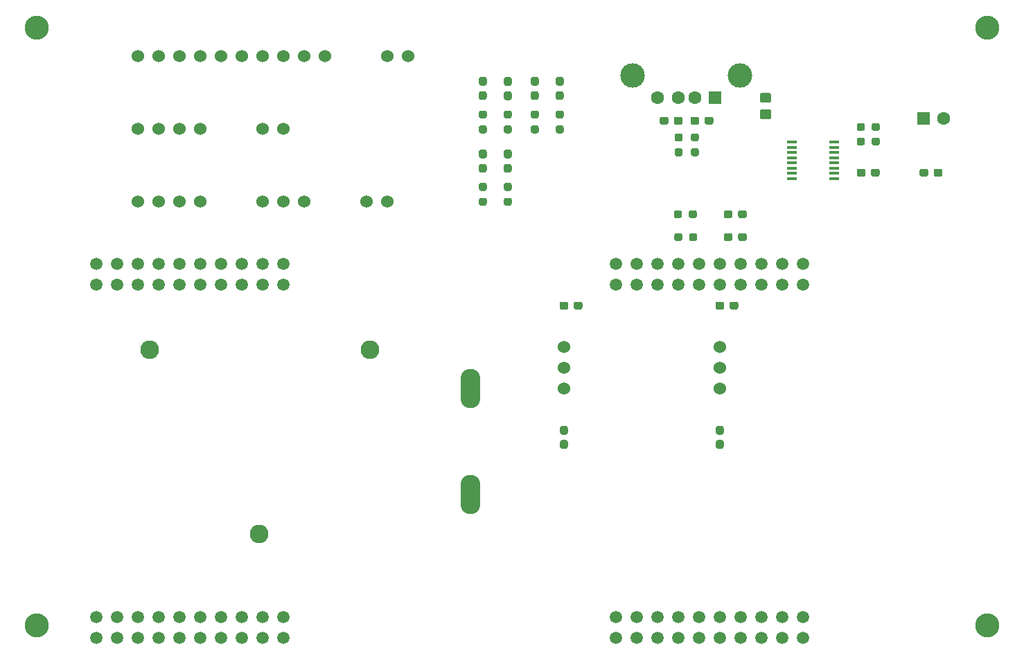
<source format=gbr>
%TF.GenerationSoftware,KiCad,Pcbnew,(5.1.7)-1*%
%TF.CreationDate,2020-11-30T14:39:19-06:00*%
%TF.ProjectId,2021_Rev1,32303231-5f52-4657-9631-2e6b69636164,rev?*%
%TF.SameCoordinates,Original*%
%TF.FileFunction,Soldermask,Top*%
%TF.FilePolarity,Negative*%
%FSLAX46Y46*%
G04 Gerber Fmt 4.6, Leading zero omitted, Abs format (unit mm)*
G04 Created by KiCad (PCBNEW (5.1.7)-1) date 2020-11-30 14:39:19*
%MOMM*%
%LPD*%
G01*
G04 APERTURE LIST*
%ADD10C,2.946400*%
%ADD11C,1.520000*%
%ADD12C,2.286000*%
%ADD13O,2.410000X4.820000*%
%ADD14C,1.524000*%
%ADD15C,2.999999*%
%ADD16R,1.600000X1.600000*%
%ADD17C,1.600000*%
%ADD18R,1.200000X0.400000*%
G04 APERTURE END LIST*
D10*
%TO.C,REF\u002A\u002A*%
X1016960120Y240990120D03*
%TD*%
%TO.C,REF\u002A\u002A*%
X1016960120Y167949880D03*
%TD*%
%TO.C,REF\u002A\u002A*%
X900739880Y167949880D03*
%TD*%
%TO.C,REF\u002A\u002A*%
X900739880Y240990120D03*
%TD*%
D11*
%TO.C,U1*%
X971550000Y212090000D03*
X994410000Y166370000D03*
X991870000Y166370000D03*
X984250000Y166370000D03*
X981710000Y209550000D03*
X986790000Y166370000D03*
X989330000Y166370000D03*
X986790000Y212090000D03*
X991870000Y209550000D03*
X981710000Y166370000D03*
X979170000Y166370000D03*
X991870000Y212090000D03*
X986790000Y209550000D03*
X984250000Y209550000D03*
X971550000Y209550000D03*
X974090000Y209550000D03*
X976630000Y209550000D03*
X979170000Y209550000D03*
X989330000Y209550000D03*
X994410000Y209550000D03*
X974090000Y212090000D03*
X976630000Y212090000D03*
X979170000Y212090000D03*
X981710000Y212090000D03*
X984250000Y212090000D03*
X989330000Y212090000D03*
X994410000Y212090000D03*
X971550000Y168910000D03*
X974090000Y168910000D03*
X976630000Y168910000D03*
X979170000Y168910000D03*
X981710000Y168910000D03*
X984250000Y168910000D03*
X986790000Y168910000D03*
X989330000Y168910000D03*
X991870000Y168910000D03*
X994410000Y168910000D03*
X971550000Y166370000D03*
X974090000Y166370000D03*
X976630000Y166370000D03*
X908050000Y209550000D03*
X910590000Y209550000D03*
X913130000Y209550000D03*
X915670000Y209550000D03*
X918210000Y209550000D03*
X920750000Y209550000D03*
X923290000Y209550000D03*
X925830000Y209550000D03*
X928370000Y209550000D03*
X930910000Y209550000D03*
X908050000Y212090000D03*
X910590000Y212090000D03*
X913130000Y212090000D03*
X915670000Y212090000D03*
X918210000Y212090000D03*
X920750000Y212090000D03*
X923290000Y212090000D03*
X925830000Y212090000D03*
X928370000Y212090000D03*
X930910000Y212090000D03*
X908050000Y168910000D03*
X910590000Y168910000D03*
X913130000Y168910000D03*
X915670000Y168910000D03*
X918210000Y168910000D03*
X920750000Y168910000D03*
X923290000Y168910000D03*
X925830000Y168910000D03*
X928370000Y168910000D03*
X930910000Y168910000D03*
X908050000Y166370000D03*
X910590000Y166370000D03*
X913130000Y166370000D03*
X915670000Y166370000D03*
X918210000Y166370000D03*
X920750000Y166370000D03*
X923290000Y166370000D03*
X925830000Y166370000D03*
X928370000Y166370000D03*
X930910000Y166370000D03*
%TD*%
%TO.C,R12*%
G36*
G01*
X964454500Y229040500D02*
X964929500Y229040500D01*
G75*
G02*
X965167000Y228803000I0J-237500D01*
G01*
X965167000Y228303000D01*
G75*
G02*
X964929500Y228065500I-237500J0D01*
G01*
X964454500Y228065500D01*
G75*
G02*
X964217000Y228303000I0J237500D01*
G01*
X964217000Y228803000D01*
G75*
G02*
X964454500Y229040500I237500J0D01*
G01*
G37*
G36*
G01*
X964454500Y230865500D02*
X964929500Y230865500D01*
G75*
G02*
X965167000Y230628000I0J-237500D01*
G01*
X965167000Y230128000D01*
G75*
G02*
X964929500Y229890500I-237500J0D01*
G01*
X964454500Y229890500D01*
G75*
G02*
X964217000Y230128000I0J237500D01*
G01*
X964217000Y230628000D01*
G75*
G02*
X964454500Y230865500I237500J0D01*
G01*
G37*
%TD*%
%TO.C,R11*%
G36*
G01*
X961406500Y229040500D02*
X961881500Y229040500D01*
G75*
G02*
X962119000Y228803000I0J-237500D01*
G01*
X962119000Y228303000D01*
G75*
G02*
X961881500Y228065500I-237500J0D01*
G01*
X961406500Y228065500D01*
G75*
G02*
X961169000Y228303000I0J237500D01*
G01*
X961169000Y228803000D01*
G75*
G02*
X961406500Y229040500I237500J0D01*
G01*
G37*
G36*
G01*
X961406500Y230865500D02*
X961881500Y230865500D01*
G75*
G02*
X962119000Y230628000I0J-237500D01*
G01*
X962119000Y230128000D01*
G75*
G02*
X961881500Y229890500I-237500J0D01*
G01*
X961406500Y229890500D01*
G75*
G02*
X961169000Y230128000I0J237500D01*
G01*
X961169000Y230628000D01*
G75*
G02*
X961406500Y230865500I237500J0D01*
G01*
G37*
%TD*%
%TO.C,R10*%
G36*
G01*
X958104500Y229040500D02*
X958579500Y229040500D01*
G75*
G02*
X958817000Y228803000I0J-237500D01*
G01*
X958817000Y228303000D01*
G75*
G02*
X958579500Y228065500I-237500J0D01*
G01*
X958104500Y228065500D01*
G75*
G02*
X957867000Y228303000I0J237500D01*
G01*
X957867000Y228803000D01*
G75*
G02*
X958104500Y229040500I237500J0D01*
G01*
G37*
G36*
G01*
X958104500Y230865500D02*
X958579500Y230865500D01*
G75*
G02*
X958817000Y230628000I0J-237500D01*
G01*
X958817000Y230128000D01*
G75*
G02*
X958579500Y229890500I-237500J0D01*
G01*
X958104500Y229890500D01*
G75*
G02*
X957867000Y230128000I0J237500D01*
G01*
X957867000Y230628000D01*
G75*
G02*
X958104500Y230865500I237500J0D01*
G01*
G37*
%TD*%
%TO.C,R9*%
G36*
G01*
X955056500Y229040500D02*
X955531500Y229040500D01*
G75*
G02*
X955769000Y228803000I0J-237500D01*
G01*
X955769000Y228303000D01*
G75*
G02*
X955531500Y228065500I-237500J0D01*
G01*
X955056500Y228065500D01*
G75*
G02*
X954819000Y228303000I0J237500D01*
G01*
X954819000Y228803000D01*
G75*
G02*
X955056500Y229040500I237500J0D01*
G01*
G37*
G36*
G01*
X955056500Y230865500D02*
X955531500Y230865500D01*
G75*
G02*
X955769000Y230628000I0J-237500D01*
G01*
X955769000Y230128000D01*
G75*
G02*
X955531500Y229890500I-237500J0D01*
G01*
X955056500Y229890500D01*
G75*
G02*
X954819000Y230128000I0J237500D01*
G01*
X954819000Y230628000D01*
G75*
G02*
X955056500Y230865500I237500J0D01*
G01*
G37*
%TD*%
%TO.C,D8*%
G36*
G01*
X964454500Y233217000D02*
X964929500Y233217000D01*
G75*
G02*
X965167000Y232979500I0J-237500D01*
G01*
X965167000Y232404500D01*
G75*
G02*
X964929500Y232167000I-237500J0D01*
G01*
X964454500Y232167000D01*
G75*
G02*
X964217000Y232404500I0J237500D01*
G01*
X964217000Y232979500D01*
G75*
G02*
X964454500Y233217000I237500J0D01*
G01*
G37*
G36*
G01*
X964454500Y234967000D02*
X964929500Y234967000D01*
G75*
G02*
X965167000Y234729500I0J-237500D01*
G01*
X965167000Y234154500D01*
G75*
G02*
X964929500Y233917000I-237500J0D01*
G01*
X964454500Y233917000D01*
G75*
G02*
X964217000Y234154500I0J237500D01*
G01*
X964217000Y234729500D01*
G75*
G02*
X964454500Y234967000I237500J0D01*
G01*
G37*
%TD*%
%TO.C,D7*%
G36*
G01*
X961406500Y233217000D02*
X961881500Y233217000D01*
G75*
G02*
X962119000Y232979500I0J-237500D01*
G01*
X962119000Y232404500D01*
G75*
G02*
X961881500Y232167000I-237500J0D01*
G01*
X961406500Y232167000D01*
G75*
G02*
X961169000Y232404500I0J237500D01*
G01*
X961169000Y232979500D01*
G75*
G02*
X961406500Y233217000I237500J0D01*
G01*
G37*
G36*
G01*
X961406500Y234967000D02*
X961881500Y234967000D01*
G75*
G02*
X962119000Y234729500I0J-237500D01*
G01*
X962119000Y234154500D01*
G75*
G02*
X961881500Y233917000I-237500J0D01*
G01*
X961406500Y233917000D01*
G75*
G02*
X961169000Y234154500I0J237500D01*
G01*
X961169000Y234729500D01*
G75*
G02*
X961406500Y234967000I237500J0D01*
G01*
G37*
%TD*%
%TO.C,D6*%
G36*
G01*
X958104500Y233189000D02*
X958579500Y233189000D01*
G75*
G02*
X958817000Y232951500I0J-237500D01*
G01*
X958817000Y232376500D01*
G75*
G02*
X958579500Y232139000I-237500J0D01*
G01*
X958104500Y232139000D01*
G75*
G02*
X957867000Y232376500I0J237500D01*
G01*
X957867000Y232951500D01*
G75*
G02*
X958104500Y233189000I237500J0D01*
G01*
G37*
G36*
G01*
X958104500Y234939000D02*
X958579500Y234939000D01*
G75*
G02*
X958817000Y234701500I0J-237500D01*
G01*
X958817000Y234126500D01*
G75*
G02*
X958579500Y233889000I-237500J0D01*
G01*
X958104500Y233889000D01*
G75*
G02*
X957867000Y234126500I0J237500D01*
G01*
X957867000Y234701500D01*
G75*
G02*
X958104500Y234939000I237500J0D01*
G01*
G37*
%TD*%
%TO.C,D5*%
G36*
G01*
X955056500Y233217000D02*
X955531500Y233217000D01*
G75*
G02*
X955769000Y232979500I0J-237500D01*
G01*
X955769000Y232404500D01*
G75*
G02*
X955531500Y232167000I-237500J0D01*
G01*
X955056500Y232167000D01*
G75*
G02*
X954819000Y232404500I0J237500D01*
G01*
X954819000Y232979500D01*
G75*
G02*
X955056500Y233217000I237500J0D01*
G01*
G37*
G36*
G01*
X955056500Y234967000D02*
X955531500Y234967000D01*
G75*
G02*
X955769000Y234729500I0J-237500D01*
G01*
X955769000Y234154500D01*
G75*
G02*
X955531500Y233917000I-237500J0D01*
G01*
X955056500Y233917000D01*
G75*
G02*
X954819000Y234154500I0J237500D01*
G01*
X954819000Y234729500D01*
G75*
G02*
X955056500Y234967000I237500J0D01*
G01*
G37*
%TD*%
%TO.C,D4*%
G36*
G01*
X955056500Y224327000D02*
X955531500Y224327000D01*
G75*
G02*
X955769000Y224089500I0J-237500D01*
G01*
X955769000Y223514500D01*
G75*
G02*
X955531500Y223277000I-237500J0D01*
G01*
X955056500Y223277000D01*
G75*
G02*
X954819000Y223514500I0J237500D01*
G01*
X954819000Y224089500D01*
G75*
G02*
X955056500Y224327000I237500J0D01*
G01*
G37*
G36*
G01*
X955056500Y226077000D02*
X955531500Y226077000D01*
G75*
G02*
X955769000Y225839500I0J-237500D01*
G01*
X955769000Y225264500D01*
G75*
G02*
X955531500Y225027000I-237500J0D01*
G01*
X955056500Y225027000D01*
G75*
G02*
X954819000Y225264500I0J237500D01*
G01*
X954819000Y225839500D01*
G75*
G02*
X955056500Y226077000I237500J0D01*
G01*
G37*
%TD*%
%TO.C,D3*%
G36*
G01*
X958104500Y224327000D02*
X958579500Y224327000D01*
G75*
G02*
X958817000Y224089500I0J-237500D01*
G01*
X958817000Y223514500D01*
G75*
G02*
X958579500Y223277000I-237500J0D01*
G01*
X958104500Y223277000D01*
G75*
G02*
X957867000Y223514500I0J237500D01*
G01*
X957867000Y224089500D01*
G75*
G02*
X958104500Y224327000I237500J0D01*
G01*
G37*
G36*
G01*
X958104500Y226077000D02*
X958579500Y226077000D01*
G75*
G02*
X958817000Y225839500I0J-237500D01*
G01*
X958817000Y225264500D01*
G75*
G02*
X958579500Y225027000I-237500J0D01*
G01*
X958104500Y225027000D01*
G75*
G02*
X957867000Y225264500I0J237500D01*
G01*
X957867000Y225839500D01*
G75*
G02*
X958104500Y226077000I237500J0D01*
G01*
G37*
%TD*%
D12*
%TO.C,BT1*%
X927989000Y179095400D03*
X914603200Y201599800D03*
X941476400Y201599800D03*
D13*
X953770000Y183896000D03*
X953770000Y196850000D03*
%TD*%
%TO.C,C1*%
G36*
G01*
X964962500Y192307500D02*
X965437500Y192307500D01*
G75*
G02*
X965675000Y192070000I0J-237500D01*
G01*
X965675000Y191470000D01*
G75*
G02*
X965437500Y191232500I-237500J0D01*
G01*
X964962500Y191232500D01*
G75*
G02*
X964725000Y191470000I0J237500D01*
G01*
X964725000Y192070000D01*
G75*
G02*
X964962500Y192307500I237500J0D01*
G01*
G37*
G36*
G01*
X964962500Y190582500D02*
X965437500Y190582500D01*
G75*
G02*
X965675000Y190345000I0J-237500D01*
G01*
X965675000Y189745000D01*
G75*
G02*
X965437500Y189507500I-237500J0D01*
G01*
X964962500Y189507500D01*
G75*
G02*
X964725000Y189745000I0J237500D01*
G01*
X964725000Y190345000D01*
G75*
G02*
X964962500Y190582500I237500J0D01*
G01*
G37*
%TD*%
%TO.C,C2*%
G36*
G01*
X966387500Y206772500D02*
X966387500Y207247500D01*
G75*
G02*
X966625000Y207485000I237500J0D01*
G01*
X967225000Y207485000D01*
G75*
G02*
X967462500Y207247500I0J-237500D01*
G01*
X967462500Y206772500D01*
G75*
G02*
X967225000Y206535000I-237500J0D01*
G01*
X966625000Y206535000D01*
G75*
G02*
X966387500Y206772500I0J237500D01*
G01*
G37*
G36*
G01*
X964662500Y206772500D02*
X964662500Y207247500D01*
G75*
G02*
X964900000Y207485000I237500J0D01*
G01*
X965500000Y207485000D01*
G75*
G02*
X965737500Y207247500I0J-237500D01*
G01*
X965737500Y206772500D01*
G75*
G02*
X965500000Y206535000I-237500J0D01*
G01*
X964900000Y206535000D01*
G75*
G02*
X964662500Y206772500I0J237500D01*
G01*
G37*
%TD*%
%TO.C,C3*%
G36*
G01*
X984012500Y190582500D02*
X984487500Y190582500D01*
G75*
G02*
X984725000Y190345000I0J-237500D01*
G01*
X984725000Y189745000D01*
G75*
G02*
X984487500Y189507500I-237500J0D01*
G01*
X984012500Y189507500D01*
G75*
G02*
X983775000Y189745000I0J237500D01*
G01*
X983775000Y190345000D01*
G75*
G02*
X984012500Y190582500I237500J0D01*
G01*
G37*
G36*
G01*
X984012500Y192307500D02*
X984487500Y192307500D01*
G75*
G02*
X984725000Y192070000I0J-237500D01*
G01*
X984725000Y191470000D01*
G75*
G02*
X984487500Y191232500I-237500J0D01*
G01*
X984012500Y191232500D01*
G75*
G02*
X983775000Y191470000I0J237500D01*
G01*
X983775000Y192070000D01*
G75*
G02*
X984012500Y192307500I237500J0D01*
G01*
G37*
%TD*%
%TO.C,C4*%
G36*
G01*
X983712500Y206772500D02*
X983712500Y207247500D01*
G75*
G02*
X983950000Y207485000I237500J0D01*
G01*
X984550000Y207485000D01*
G75*
G02*
X984787500Y207247500I0J-237500D01*
G01*
X984787500Y206772500D01*
G75*
G02*
X984550000Y206535000I-237500J0D01*
G01*
X983950000Y206535000D01*
G75*
G02*
X983712500Y206772500I0J237500D01*
G01*
G37*
G36*
G01*
X985437500Y206772500D02*
X985437500Y207247500D01*
G75*
G02*
X985675000Y207485000I237500J0D01*
G01*
X986275000Y207485000D01*
G75*
G02*
X986512500Y207247500I0J-237500D01*
G01*
X986512500Y206772500D01*
G75*
G02*
X986275000Y206535000I-237500J0D01*
G01*
X985675000Y206535000D01*
G75*
G02*
X985437500Y206772500I0J237500D01*
G01*
G37*
%TD*%
%TO.C,C5*%
G36*
G01*
X980664500Y229378500D02*
X980664500Y229853500D01*
G75*
G02*
X980902000Y230091000I237500J0D01*
G01*
X981502000Y230091000D01*
G75*
G02*
X981739500Y229853500I0J-237500D01*
G01*
X981739500Y229378500D01*
G75*
G02*
X981502000Y229141000I-237500J0D01*
G01*
X980902000Y229141000D01*
G75*
G02*
X980664500Y229378500I0J237500D01*
G01*
G37*
G36*
G01*
X982389500Y229378500D02*
X982389500Y229853500D01*
G75*
G02*
X982627000Y230091000I237500J0D01*
G01*
X983227000Y230091000D01*
G75*
G02*
X983464500Y229853500I0J-237500D01*
G01*
X983464500Y229378500D01*
G75*
G02*
X983227000Y229141000I-237500J0D01*
G01*
X982627000Y229141000D01*
G75*
G02*
X982389500Y229378500I0J237500D01*
G01*
G37*
%TD*%
%TO.C,C6*%
G36*
G01*
X977982500Y229853500D02*
X977982500Y229378500D01*
G75*
G02*
X977745000Y229141000I-237500J0D01*
G01*
X977145000Y229141000D01*
G75*
G02*
X976907500Y229378500I0J237500D01*
G01*
X976907500Y229853500D01*
G75*
G02*
X977145000Y230091000I237500J0D01*
G01*
X977745000Y230091000D01*
G75*
G02*
X977982500Y229853500I0J-237500D01*
G01*
G37*
G36*
G01*
X979707500Y229853500D02*
X979707500Y229378500D01*
G75*
G02*
X979470000Y229141000I-237500J0D01*
G01*
X978870000Y229141000D01*
G75*
G02*
X978632500Y229378500I0J237500D01*
G01*
X978632500Y229853500D01*
G75*
G02*
X978870000Y230091000I237500J0D01*
G01*
X979470000Y230091000D01*
G75*
G02*
X979707500Y229853500I0J-237500D01*
G01*
G37*
%TD*%
%TO.C,C7*%
G36*
G01*
X1000984500Y223028500D02*
X1000984500Y223503500D01*
G75*
G02*
X1001222000Y223741000I237500J0D01*
G01*
X1001822000Y223741000D01*
G75*
G02*
X1002059500Y223503500I0J-237500D01*
G01*
X1002059500Y223028500D01*
G75*
G02*
X1001822000Y222791000I-237500J0D01*
G01*
X1001222000Y222791000D01*
G75*
G02*
X1000984500Y223028500I0J237500D01*
G01*
G37*
G36*
G01*
X1002709500Y223028500D02*
X1002709500Y223503500D01*
G75*
G02*
X1002947000Y223741000I237500J0D01*
G01*
X1003547000Y223741000D01*
G75*
G02*
X1003784500Y223503500I0J-237500D01*
G01*
X1003784500Y223028500D01*
G75*
G02*
X1003547000Y222791000I-237500J0D01*
G01*
X1002947000Y222791000D01*
G75*
G02*
X1002709500Y223028500I0J237500D01*
G01*
G37*
%TD*%
D14*
%TO.C,Conn2*%
X913130000Y219710000D03*
X915670000Y219710000D03*
X918210000Y219710000D03*
X920750000Y219710000D03*
X920750000Y219710000D03*
%TD*%
%TO.C,Conn3*%
X920750000Y228600000D03*
X920750000Y228600000D03*
X918210000Y228600000D03*
X915670000Y228600000D03*
X913130000Y228600000D03*
%TD*%
%TO.C,Conn4*%
X930910000Y228600000D03*
X928370000Y228600000D03*
%TD*%
%TO.C,Conn5*%
X941070000Y219710000D03*
X943610000Y219710000D03*
%TD*%
%TO.C,Conn6*%
X913130000Y237490000D03*
X915670000Y237490000D03*
X918210000Y237490000D03*
X920750000Y237490000D03*
X923290000Y237490000D03*
X925830000Y237490000D03*
X928370000Y237490000D03*
X930910000Y237490000D03*
X933450000Y237490000D03*
X935990000Y237490000D03*
%TD*%
%TO.C,Conn7*%
X943610000Y237490000D03*
X946150000Y237490000D03*
%TD*%
%TO.C,Conn8*%
X928370000Y219710000D03*
X930910000Y219710000D03*
X933450000Y219710000D03*
%TD*%
%TO.C,D1*%
G36*
G01*
X985791000Y218423500D02*
X985791000Y217948500D01*
G75*
G02*
X985553500Y217711000I-237500J0D01*
G01*
X984978500Y217711000D01*
G75*
G02*
X984741000Y217948500I0J237500D01*
G01*
X984741000Y218423500D01*
G75*
G02*
X984978500Y218661000I237500J0D01*
G01*
X985553500Y218661000D01*
G75*
G02*
X985791000Y218423500I0J-237500D01*
G01*
G37*
G36*
G01*
X987541000Y218423500D02*
X987541000Y217948500D01*
G75*
G02*
X987303500Y217711000I-237500J0D01*
G01*
X986728500Y217711000D01*
G75*
G02*
X986491000Y217948500I0J237500D01*
G01*
X986491000Y218423500D01*
G75*
G02*
X986728500Y218661000I237500J0D01*
G01*
X987303500Y218661000D01*
G75*
G02*
X987541000Y218423500I0J-237500D01*
G01*
G37*
%TD*%
%TO.C,D2*%
G36*
G01*
X987541000Y215629500D02*
X987541000Y215154500D01*
G75*
G02*
X987303500Y214917000I-237500J0D01*
G01*
X986728500Y214917000D01*
G75*
G02*
X986491000Y215154500I0J237500D01*
G01*
X986491000Y215629500D01*
G75*
G02*
X986728500Y215867000I237500J0D01*
G01*
X987303500Y215867000D01*
G75*
G02*
X987541000Y215629500I0J-237500D01*
G01*
G37*
G36*
G01*
X985791000Y215629500D02*
X985791000Y215154500D01*
G75*
G02*
X985553500Y214917000I-237500J0D01*
G01*
X984978500Y214917000D01*
G75*
G02*
X984741000Y215154500I0J237500D01*
G01*
X984741000Y215629500D01*
G75*
G02*
X984978500Y215867000I237500J0D01*
G01*
X985553500Y215867000D01*
G75*
G02*
X985791000Y215629500I0J-237500D01*
G01*
G37*
%TD*%
D15*
%TO.C,J1*%
X973600000Y235120000D03*
X986740000Y235120000D03*
D16*
X983670000Y232410000D03*
D17*
X981170000Y232410000D03*
X979170000Y232410000D03*
X976670000Y232410000D03*
%TD*%
%TO.C,R1*%
G36*
G01*
X981439500Y225271500D02*
X980964500Y225271500D01*
G75*
G02*
X980727000Y225509000I0J237500D01*
G01*
X980727000Y226009000D01*
G75*
G02*
X980964500Y226246500I237500J0D01*
G01*
X981439500Y226246500D01*
G75*
G02*
X981677000Y226009000I0J-237500D01*
G01*
X981677000Y225509000D01*
G75*
G02*
X981439500Y225271500I-237500J0D01*
G01*
G37*
G36*
G01*
X981439500Y227096500D02*
X980964500Y227096500D01*
G75*
G02*
X980727000Y227334000I0J237500D01*
G01*
X980727000Y227834000D01*
G75*
G02*
X980964500Y228071500I237500J0D01*
G01*
X981439500Y228071500D01*
G75*
G02*
X981677000Y227834000I0J-237500D01*
G01*
X981677000Y227334000D01*
G75*
G02*
X981439500Y227096500I-237500J0D01*
G01*
G37*
%TD*%
%TO.C,R2*%
G36*
G01*
X979454500Y227096500D02*
X978979500Y227096500D01*
G75*
G02*
X978742000Y227334000I0J237500D01*
G01*
X978742000Y227834000D01*
G75*
G02*
X978979500Y228071500I237500J0D01*
G01*
X979454500Y228071500D01*
G75*
G02*
X979692000Y227834000I0J-237500D01*
G01*
X979692000Y227334000D01*
G75*
G02*
X979454500Y227096500I-237500J0D01*
G01*
G37*
G36*
G01*
X979454500Y225271500D02*
X978979500Y225271500D01*
G75*
G02*
X978742000Y225509000I0J237500D01*
G01*
X978742000Y226009000D01*
G75*
G02*
X978979500Y226246500I237500J0D01*
G01*
X979454500Y226246500D01*
G75*
G02*
X979692000Y226009000I0J-237500D01*
G01*
X979692000Y225509000D01*
G75*
G02*
X979454500Y225271500I-237500J0D01*
G01*
G37*
%TD*%
%TO.C,R3*%
G36*
G01*
X1001962500Y227313500D02*
X1001962500Y226838500D01*
G75*
G02*
X1001725000Y226601000I-237500J0D01*
G01*
X1001225000Y226601000D01*
G75*
G02*
X1000987500Y226838500I0J237500D01*
G01*
X1000987500Y227313500D01*
G75*
G02*
X1001225000Y227551000I237500J0D01*
G01*
X1001725000Y227551000D01*
G75*
G02*
X1001962500Y227313500I0J-237500D01*
G01*
G37*
G36*
G01*
X1003787500Y227313500D02*
X1003787500Y226838500D01*
G75*
G02*
X1003550000Y226601000I-237500J0D01*
G01*
X1003050000Y226601000D01*
G75*
G02*
X1002812500Y226838500I0J237500D01*
G01*
X1002812500Y227313500D01*
G75*
G02*
X1003050000Y227551000I237500J0D01*
G01*
X1003550000Y227551000D01*
G75*
G02*
X1003787500Y227313500I0J-237500D01*
G01*
G37*
%TD*%
%TO.C,R4*%
G36*
G01*
X1000987500Y228616500D02*
X1000987500Y229091500D01*
G75*
G02*
X1001225000Y229329000I237500J0D01*
G01*
X1001725000Y229329000D01*
G75*
G02*
X1001962500Y229091500I0J-237500D01*
G01*
X1001962500Y228616500D01*
G75*
G02*
X1001725000Y228379000I-237500J0D01*
G01*
X1001225000Y228379000D01*
G75*
G02*
X1000987500Y228616500I0J237500D01*
G01*
G37*
G36*
G01*
X1002812500Y228616500D02*
X1002812500Y229091500D01*
G75*
G02*
X1003050000Y229329000I237500J0D01*
G01*
X1003550000Y229329000D01*
G75*
G02*
X1003787500Y229091500I0J-237500D01*
G01*
X1003787500Y228616500D01*
G75*
G02*
X1003550000Y228379000I-237500J0D01*
G01*
X1003050000Y228379000D01*
G75*
G02*
X1002812500Y228616500I0J237500D01*
G01*
G37*
%TD*%
%TO.C,R5*%
G36*
G01*
X979610500Y218423500D02*
X979610500Y217948500D01*
G75*
G02*
X979373000Y217711000I-237500J0D01*
G01*
X978873000Y217711000D01*
G75*
G02*
X978635500Y217948500I0J237500D01*
G01*
X978635500Y218423500D01*
G75*
G02*
X978873000Y218661000I237500J0D01*
G01*
X979373000Y218661000D01*
G75*
G02*
X979610500Y218423500I0J-237500D01*
G01*
G37*
G36*
G01*
X981435500Y218423500D02*
X981435500Y217948500D01*
G75*
G02*
X981198000Y217711000I-237500J0D01*
G01*
X980698000Y217711000D01*
G75*
G02*
X980460500Y217948500I0J237500D01*
G01*
X980460500Y218423500D01*
G75*
G02*
X980698000Y218661000I237500J0D01*
G01*
X981198000Y218661000D01*
G75*
G02*
X981435500Y218423500I0J-237500D01*
G01*
G37*
%TD*%
%TO.C,R6*%
G36*
G01*
X981482500Y215629500D02*
X981482500Y215154500D01*
G75*
G02*
X981245000Y214917000I-237500J0D01*
G01*
X980745000Y214917000D01*
G75*
G02*
X980507500Y215154500I0J237500D01*
G01*
X980507500Y215629500D01*
G75*
G02*
X980745000Y215867000I237500J0D01*
G01*
X981245000Y215867000D01*
G75*
G02*
X981482500Y215629500I0J-237500D01*
G01*
G37*
G36*
G01*
X979657500Y215629500D02*
X979657500Y215154500D01*
G75*
G02*
X979420000Y214917000I-237500J0D01*
G01*
X978920000Y214917000D01*
G75*
G02*
X978682500Y215154500I0J237500D01*
G01*
X978682500Y215629500D01*
G75*
G02*
X978920000Y215867000I237500J0D01*
G01*
X979420000Y215867000D01*
G75*
G02*
X979657500Y215629500I0J-237500D01*
G01*
G37*
%TD*%
D14*
%TO.C,U2*%
X965200000Y201930000D03*
X965200000Y199390000D03*
X965200000Y196850000D03*
%TD*%
%TO.C,U3*%
X984250000Y196850000D03*
X984250000Y199390000D03*
X984250000Y201930000D03*
%TD*%
D18*
%TO.C,U4*%
X993020000Y227012500D03*
X993020000Y226377500D03*
X993020000Y225742500D03*
X993020000Y225107500D03*
X993020000Y224472500D03*
X993020000Y223837500D03*
X993020000Y223202500D03*
X993020000Y222567500D03*
X998220000Y222567500D03*
X998220000Y223202500D03*
X998220000Y223837500D03*
X998220000Y224472500D03*
X998220000Y225107500D03*
X998220000Y225742500D03*
X998220000Y226377500D03*
X998220000Y227012500D03*
%TD*%
%TO.C,100nF1*%
G36*
G01*
X1008657500Y223028500D02*
X1008657500Y223503500D01*
G75*
G02*
X1008895000Y223741000I237500J0D01*
G01*
X1009495000Y223741000D01*
G75*
G02*
X1009732500Y223503500I0J-237500D01*
G01*
X1009732500Y223028500D01*
G75*
G02*
X1009495000Y222791000I-237500J0D01*
G01*
X1008895000Y222791000D01*
G75*
G02*
X1008657500Y223028500I0J237500D01*
G01*
G37*
G36*
G01*
X1010382500Y223028500D02*
X1010382500Y223503500D01*
G75*
G02*
X1010620000Y223741000I237500J0D01*
G01*
X1011220000Y223741000D01*
G75*
G02*
X1011457500Y223503500I0J-237500D01*
G01*
X1011457500Y223028500D01*
G75*
G02*
X1011220000Y222791000I-237500J0D01*
G01*
X1010620000Y222791000D01*
G75*
G02*
X1010382500Y223028500I0J237500D01*
G01*
G37*
%TD*%
D16*
%TO.C,4.7uF1*%
X1009142000Y229870000D03*
D17*
X1011642000Y229870000D03*
%TD*%
%TO.C,FB1*%
G36*
G01*
X990288001Y229810000D02*
X989387999Y229810000D01*
G75*
G02*
X989138000Y230059999I0J249999D01*
G01*
X989138000Y230760001D01*
G75*
G02*
X989387999Y231010000I249999J0D01*
G01*
X990288001Y231010000D01*
G75*
G02*
X990538000Y230760001I0J-249999D01*
G01*
X990538000Y230059999D01*
G75*
G02*
X990288001Y229810000I-249999J0D01*
G01*
G37*
G36*
G01*
X990288001Y231810000D02*
X989387999Y231810000D01*
G75*
G02*
X989138000Y232059999I0J249999D01*
G01*
X989138000Y232760001D01*
G75*
G02*
X989387999Y233010000I249999J0D01*
G01*
X990288001Y233010000D01*
G75*
G02*
X990538000Y232760001I0J-249999D01*
G01*
X990538000Y232059999D01*
G75*
G02*
X990288001Y231810000I-249999J0D01*
G01*
G37*
%TD*%
%TO.C,R7*%
G36*
G01*
X955056500Y222022500D02*
X955531500Y222022500D01*
G75*
G02*
X955769000Y221785000I0J-237500D01*
G01*
X955769000Y221285000D01*
G75*
G02*
X955531500Y221047500I-237500J0D01*
G01*
X955056500Y221047500D01*
G75*
G02*
X954819000Y221285000I0J237500D01*
G01*
X954819000Y221785000D01*
G75*
G02*
X955056500Y222022500I237500J0D01*
G01*
G37*
G36*
G01*
X955056500Y220197500D02*
X955531500Y220197500D01*
G75*
G02*
X955769000Y219960000I0J-237500D01*
G01*
X955769000Y219460000D01*
G75*
G02*
X955531500Y219222500I-237500J0D01*
G01*
X955056500Y219222500D01*
G75*
G02*
X954819000Y219460000I0J237500D01*
G01*
X954819000Y219960000D01*
G75*
G02*
X955056500Y220197500I237500J0D01*
G01*
G37*
%TD*%
%TO.C,R8*%
G36*
G01*
X958104500Y220197500D02*
X958579500Y220197500D01*
G75*
G02*
X958817000Y219960000I0J-237500D01*
G01*
X958817000Y219460000D01*
G75*
G02*
X958579500Y219222500I-237500J0D01*
G01*
X958104500Y219222500D01*
G75*
G02*
X957867000Y219460000I0J237500D01*
G01*
X957867000Y219960000D01*
G75*
G02*
X958104500Y220197500I237500J0D01*
G01*
G37*
G36*
G01*
X958104500Y222022500D02*
X958579500Y222022500D01*
G75*
G02*
X958817000Y221785000I0J-237500D01*
G01*
X958817000Y221285000D01*
G75*
G02*
X958579500Y221047500I-237500J0D01*
G01*
X958104500Y221047500D01*
G75*
G02*
X957867000Y221285000I0J237500D01*
G01*
X957867000Y221785000D01*
G75*
G02*
X958104500Y222022500I237500J0D01*
G01*
G37*
%TD*%
M02*

</source>
